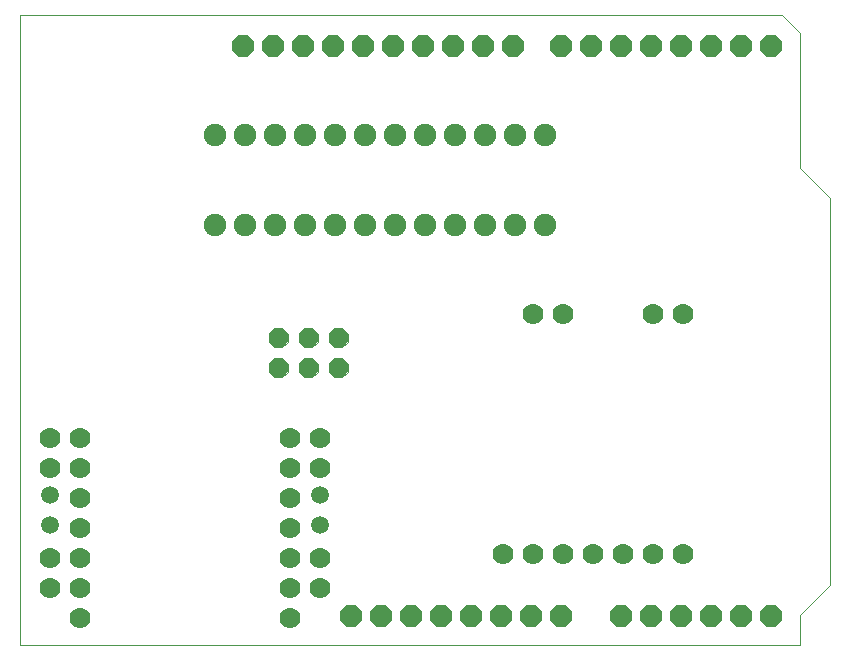
<source format=gbr>
%FSLAX44Y44*%
%OFA0.0000B0.0000*%
%SFA1B1*%
%MOMM*%
%ADD40C,0.0010X0.0000*%
%ADD43C,0.0000X0.0000*%
%ADD53C,1.7780X0.0000*%
%ADD54C,1.4986X0.0000*%
%ADD55C,1.9016X0.0000*%
%LNSOLDERMASK_BOTTOM380*%
%LPD*%
G36*
X524510Y511682D2*
X529718Y516890D1*
X537082Y516890D1*
X542290Y511682D1*
X542290Y504318D1*
X537082Y499110D1*
X529718Y499110D1*
X524510Y504318D1*
X524510Y511682D1*
G37*
%LNSOLDERMASK_BOTTOM381*%
%LPD*%
G36*
X499110Y29082D2*
X504318Y34290D1*
X511682Y34290D1*
X516890Y29082D1*
X516890Y21718D1*
X511682Y16510D1*
X504318Y16510D1*
X499110Y21718D1*
X499110Y29082D1*
G37*
%LNSOLDERMASK_BOTTOM382*%
%LPD*%
G36*
X549910Y511682D2*
X555118Y516890D1*
X562482Y516890D1*
X567690Y511682D1*
X567690Y504318D1*
X562482Y499110D1*
X555118Y499110D1*
X549910Y504318D1*
X549910Y511682D1*
G37*
%LNSOLDERMASK_BOTTOM383*%
%LPD*%
G36*
X575310Y511682D2*
X580518Y516890D1*
X587882Y516890D1*
X593090Y511682D1*
X593090Y504318D1*
X587882Y499110D1*
X580518Y499110D1*
X575310Y504318D1*
X575310Y511682D1*
G37*
%LNSOLDERMASK_BOTTOM384*%
%LPD*%
G36*
X600710Y511682D2*
X605918Y516890D1*
X613282Y516890D1*
X618490Y511682D1*
X618490Y504318D1*
X613282Y499110D1*
X605918Y499110D1*
X600710Y504318D1*
X600710Y511682D1*
G37*
%LNSOLDERMASK_BOTTOM385*%
%LPD*%
G36*
X626110Y511682D2*
X631318Y516890D1*
X638682Y516890D1*
X643890Y511682D1*
X643890Y504318D1*
X638682Y499110D1*
X631318Y499110D1*
X626110Y504318D1*
X626110Y511682D1*
G37*
%LNSOLDERMASK_BOTTOM386*%
%LPD*%
G36*
X499110Y511682D2*
X504318Y516890D1*
X511682Y516890D1*
X516890Y511682D1*
X516890Y504318D1*
X511682Y499110D1*
X504318Y499110D1*
X499110Y504318D1*
X499110Y511682D1*
G37*
%LNSOLDERMASK_BOTTOM387*%
%LPD*%
G36*
X473710Y511682D2*
X478918Y516890D1*
X486282Y516890D1*
X491490Y511682D1*
X491490Y504318D1*
X486282Y499110D1*
X478918Y499110D1*
X473710Y504318D1*
X473710Y511682D1*
G37*
%LNSOLDERMASK_BOTTOM388*%
%LPD*%
G36*
X448310Y511682D2*
X453518Y516890D1*
X460882Y516890D1*
X466090Y511682D1*
X466090Y504318D1*
X460882Y499110D1*
X453518Y499110D1*
X448310Y504318D1*
X448310Y511682D1*
G37*
%LNSOLDERMASK_BOTTOM389*%
%LPD*%
G36*
X407670Y511682D2*
X412878Y516890D1*
X420242Y516890D1*
X425450Y511682D1*
X425450Y504318D1*
X420242Y499110D1*
X412878Y499110D1*
X407670Y504318D1*
X407670Y511682D1*
G37*
%LNSOLDERMASK_BOTTOM390*%
%LPD*%
G36*
X382270Y511682D2*
X387478Y516890D1*
X394842Y516890D1*
X400050Y511682D1*
X400050Y504318D1*
X394842Y499110D1*
X387478Y499110D1*
X382270Y504318D1*
X382270Y511682D1*
G37*
%LNSOLDERMASK_BOTTOM391*%
%LPD*%
G36*
X356870Y511682D2*
X362078Y516890D1*
X369442Y516890D1*
X374650Y511682D1*
X374650Y504318D1*
X369442Y499110D1*
X362078Y499110D1*
X356870Y504318D1*
X356870Y511682D1*
G37*
%LNSOLDERMASK_BOTTOM392*%
%LPD*%
G36*
X331470Y511682D2*
X336678Y516890D1*
X344042Y516890D1*
X349250Y511682D1*
X349250Y504318D1*
X344042Y499110D1*
X336678Y499110D1*
X331470Y504318D1*
X331470Y511682D1*
G37*
%LNSOLDERMASK_BOTTOM393*%
%LPD*%
G36*
X306070Y511682D2*
X311278Y516890D1*
X318642Y516890D1*
X323850Y511682D1*
X323850Y504318D1*
X318642Y499110D1*
X311278Y499110D1*
X306070Y504318D1*
X306070Y511682D1*
G37*
%LNSOLDERMASK_BOTTOM394*%
%LPD*%
G36*
X280670Y511682D2*
X285878Y516890D1*
X293242Y516890D1*
X298450Y511682D1*
X298450Y504318D1*
X293242Y499110D1*
X285878Y499110D1*
X280670Y504318D1*
X280670Y511682D1*
G37*
%LNSOLDERMASK_BOTTOM395*%
%LPD*%
G36*
X255270Y511682D2*
X260478Y516890D1*
X267842Y516890D1*
X273050Y511682D1*
X273050Y504318D1*
X267842Y499110D1*
X260478Y499110D1*
X255270Y504318D1*
X255270Y511682D1*
G37*
%LNSOLDERMASK_BOTTOM396*%
%LPD*%
G36*
X229870Y511682D2*
X235078Y516890D1*
X242442Y516890D1*
X247650Y511682D1*
X247650Y504318D1*
X242442Y499110D1*
X235078Y499110D1*
X229870Y504318D1*
X229870Y511682D1*
G37*
%LNSOLDERMASK_BOTTOM397*%
%LPD*%
G36*
X524510Y29082D2*
X529718Y34290D1*
X537082Y34290D1*
X542290Y29082D1*
X542290Y21718D1*
X537082Y16510D1*
X529718Y16510D1*
X524510Y21718D1*
X524510Y29082D1*
G37*
%LNSOLDERMASK_BOTTOM398*%
%LPD*%
G36*
X549910Y29082D2*
X555118Y34290D1*
X562482Y34290D1*
X567690Y29082D1*
X567690Y21718D1*
X562482Y16510D1*
X555118Y16510D1*
X549910Y21718D1*
X549910Y29082D1*
G37*
%LNSOLDERMASK_BOTTOM399*%
%LPD*%
G36*
X575310Y29082D2*
X580518Y34290D1*
X587882Y34290D1*
X593090Y29082D1*
X593090Y21718D1*
X587882Y16510D1*
X580518Y16510D1*
X575310Y21718D1*
X575310Y29082D1*
G37*
%LNSOLDERMASK_BOTTOM400*%
%LPD*%
G36*
X600710Y29082D2*
X605918Y34290D1*
X613282Y34290D1*
X618490Y29082D1*
X618490Y21718D1*
X613282Y16510D1*
X605918Y16510D1*
X600710Y21718D1*
X600710Y29082D1*
G37*
%LNSOLDERMASK_BOTTOM401*%
%LPD*%
G36*
X626110Y29082D2*
X631318Y34290D1*
X638682Y34290D1*
X643890Y29082D1*
X643890Y21718D1*
X638682Y16510D1*
X631318Y16510D1*
X626110Y21718D1*
X626110Y29082D1*
G37*
%LNSOLDERMASK_BOTTOM402*%
%LPD*%
G36*
X448310Y29082D2*
X453518Y34290D1*
X460882Y34290D1*
X466090Y29082D1*
X466090Y21718D1*
X460882Y16510D1*
X453518Y16510D1*
X448310Y21718D1*
X448310Y29082D1*
G37*
%LNSOLDERMASK_BOTTOM403*%
%LPD*%
G36*
X422910Y29082D2*
X428118Y34290D1*
X435482Y34290D1*
X440690Y29082D1*
X440690Y21718D1*
X435482Y16510D1*
X428118Y16510D1*
X422910Y21718D1*
X422910Y29082D1*
G37*
%LNSOLDERMASK_BOTTOM404*%
%LPD*%
G36*
X397510Y29082D2*
X402718Y34290D1*
X410082Y34290D1*
X415290Y29082D1*
X415290Y21718D1*
X410082Y16510D1*
X402718Y16510D1*
X397510Y21718D1*
X397510Y29082D1*
G37*
%LNSOLDERMASK_BOTTOM405*%
%LPD*%
G36*
X372110Y29082D2*
X377318Y34290D1*
X384682Y34290D1*
X389890Y29082D1*
X389890Y21718D1*
X384682Y16510D1*
X377318Y16510D1*
X372110Y21718D1*
X372110Y29082D1*
G37*
%LNSOLDERMASK_BOTTOM406*%
%LPD*%
G36*
X346710Y29082D2*
X351918Y34290D1*
X359282Y34290D1*
X364490Y29082D1*
X364490Y21718D1*
X359282Y16510D1*
X351918Y16510D1*
X346710Y21718D1*
X346710Y29082D1*
G37*
%LNSOLDERMASK_BOTTOM407*%
%LPD*%
G36*
X321310Y29082D2*
X326518Y34290D1*
X333882Y34290D1*
X339090Y29082D1*
X339090Y21718D1*
X333882Y16510D1*
X326518Y16510D1*
X321310Y21718D1*
X321310Y29082D1*
G37*
%LNSOLDERMASK_BOTTOM408*%
%LPD*%
G36*
X204470Y511682D2*
X209678Y516890D1*
X217042Y516890D1*
X222250Y511682D1*
X222250Y504318D1*
X217042Y499110D1*
X209678Y499110D1*
X204470Y504318D1*
X204470Y511682D1*
G37*
%LNSOLDERMASK_BOTTOM409*%
%LPD*%
G36*
X179070Y511682D2*
X184278Y516890D1*
X191642Y516890D1*
X196850Y511682D1*
X196850Y504318D1*
X191642Y499110D1*
X184278Y499110D1*
X179070Y504318D1*
X179070Y511682D1*
G37*
%LNSOLDERMASK_BOTTOM410*%
%LPD*%
G36*
X295910Y29082D2*
X301118Y34290D1*
X308482Y34290D1*
X313690Y29082D1*
X313690Y21718D1*
X308482Y16510D1*
X301118Y16510D1*
X295910Y21718D1*
X295910Y29082D1*
G37*
%LNSOLDERMASK_BOTTOM411*%
%LPD*%
G36*
X270510Y29082D2*
X275718Y34290D1*
X283082Y34290D1*
X288290Y29082D1*
X288290Y21718D1*
X283082Y16510D1*
X275718Y16510D1*
X270510Y21718D1*
X270510Y29082D1*
G37*
%LNSOLDERMASK_BOTTOM412*%
%LPD*%
G36*
X210392Y238284D2*
X215106Y242998D1*
X221774Y242998D1*
X226488Y238284D1*
X226488Y231616D1*
X221774Y226902D1*
X215106Y226902D1*
X210392Y231616D1*
X210392Y238284D1*
G37*
%LNSOLDERMASK_BOTTOM413*%
%LPD*%
G36*
X210392Y263684D2*
X215106Y268398D1*
X221774Y268398D1*
X226488Y263684D1*
X226488Y257016D1*
X221774Y252302D1*
X215106Y252302D1*
X210392Y257016D1*
X210392Y263684D1*
G37*
%LNSOLDERMASK_BOTTOM414*%
%LPD*%
G36*
X235792Y238284D2*
X240506Y242998D1*
X247174Y242998D1*
X251888Y238284D1*
X251888Y231616D1*
X247174Y226902D1*
X240506Y226902D1*
X235792Y231616D1*
X235792Y238284D1*
G37*
%LNSOLDERMASK_BOTTOM415*%
%LPD*%
G36*
X235792Y263684D2*
X240506Y268398D1*
X247174Y268398D1*
X251888Y263684D1*
X251888Y257016D1*
X247174Y252302D1*
X240506Y252302D1*
X235792Y257016D1*
X235792Y263684D1*
G37*
%LNSOLDERMASK_BOTTOM416*%
%LPD*%
G36*
X261192Y238284D2*
X265906Y242998D1*
X272574Y242998D1*
X277288Y238284D1*
X277288Y231616D1*
X272574Y226902D1*
X265906Y226902D1*
X261192Y231616D1*
X261192Y238284D1*
G37*
%LNSOLDERMASK_BOTTOM417*%
%LPD*%
G36*
X261192Y263684D2*
X265906Y268398D1*
X272574Y268398D1*
X277288Y263684D1*
X277288Y257016D1*
X272574Y252302D1*
X265906Y252302D1*
X261192Y257016D1*
X261192Y263684D1*
G37*
%LNSOLDERMASK_BOTTOM*%
%LPD*%
G54D10*
G54D40*
X645160Y533400D2*
X0Y533400D1*
X660400Y518160D2*
X645160Y533400D1*
X660400Y403860D2*
X660400Y518160D1*
X685800Y378460D2*
X660400Y403860D1*
X685800Y50800D2*
X685800Y378460D1*
X660400Y25400D2*
X685800Y50800D1*
X660400Y0D2*
X660400Y25400D1*
X0Y0D2*
X660400Y0D1*
X0Y533400D2*
X0Y0D1*
G54D43*
X261192Y263684D2*
X265906Y268398D1*
X272574Y268398*
X277288Y263684*
X277288Y257016*
X272574Y252302*
X265906Y252302*
X261192Y257016*
X261192Y263684*
X261192Y238284D2*
X265906Y242998D1*
X272574Y242998*
X277288Y238284*
X277288Y231616*
X272574Y226902*
X265906Y226902*
X261192Y231616*
X261192Y238284*
X235792Y263684D2*
X240506Y268398D1*
X247174Y268398*
X251888Y263684*
X251888Y257016*
X247174Y252302*
X240506Y252302*
X235792Y257016*
X235792Y263684*
X235792Y238284D2*
X240506Y242998D1*
X247174Y242998*
X251888Y238284*
X251888Y231616*
X247174Y226902*
X240506Y226902*
X235792Y231616*
X235792Y238284*
X210392Y263684D2*
X215106Y268398D1*
X221774Y268398*
X226488Y263684*
X226488Y257016*
X221774Y252302*
X215106Y252302*
X210392Y257016*
X210392Y263684*
X210392Y238284D2*
X215106Y242998D1*
X221774Y242998*
X226488Y238284*
X226488Y231616*
X221774Y226902*
X215106Y226902*
X210392Y231616*
X210392Y238284*
X270510Y29082D2*
X275718Y34290D1*
X283082Y34290*
X288290Y29082*
X288290Y21718*
X283082Y16510*
X275718Y16510*
X270510Y21718*
X270510Y29082*
X295910Y29082D2*
X301118Y34290D1*
X308482Y34290*
X313690Y29082*
X313690Y21718*
X308482Y16510*
X301118Y16510*
X295910Y21718*
X295910Y29082*
X179070Y511682D2*
X184278Y516890D1*
X191642Y516890*
X196850Y511682*
X196850Y504318*
X191642Y499110*
X184278Y499110*
X179070Y504318*
X179070Y511682*
X204470Y511682D2*
X209678Y516890D1*
X217042Y516890*
X222250Y511682*
X222250Y504318*
X217042Y499110*
X209678Y499110*
X204470Y504318*
X204470Y511682*
X321310Y29082D2*
X326518Y34290D1*
X333882Y34290*
X339090Y29082*
X339090Y21718*
X333882Y16510*
X326518Y16510*
X321310Y21718*
X321310Y29082*
X346710Y29082D2*
X351918Y34290D1*
X359282Y34290*
X364490Y29082*
X364490Y21718*
X359282Y16510*
X351918Y16510*
X346710Y21718*
X346710Y29082*
X372110Y29082D2*
X377318Y34290D1*
X384682Y34290*
X389890Y29082*
X389890Y21718*
X384682Y16510*
X377318Y16510*
X372110Y21718*
X372110Y29082*
X397510Y29082D2*
X402718Y34290D1*
X410082Y34290*
X415290Y29082*
X415290Y21718*
X410082Y16510*
X402718Y16510*
X397510Y21718*
X397510Y29082*
X422910Y29082D2*
X428118Y34290D1*
X435482Y34290*
X440690Y29082*
X440690Y21718*
X435482Y16510*
X428118Y16510*
X422910Y21718*
X422910Y29082*
X448310Y29082D2*
X453518Y34290D1*
X460882Y34290*
X466090Y29082*
X466090Y21718*
X460882Y16510*
X453518Y16510*
X448310Y21718*
X448310Y29082*
X626110Y29082D2*
X631318Y34290D1*
X638682Y34290*
X643890Y29082*
X643890Y21718*
X638682Y16510*
X631318Y16510*
X626110Y21718*
X626110Y29082*
X600710Y29082D2*
X605918Y34290D1*
X613282Y34290*
X618490Y29082*
X618490Y21718*
X613282Y16510*
X605918Y16510*
X600710Y21718*
X600710Y29082*
X575310Y29082D2*
X580518Y34290D1*
X587882Y34290*
X593090Y29082*
X593090Y21718*
X587882Y16510*
X580518Y16510*
X575310Y21718*
X575310Y29082*
X549910Y29082D2*
X555118Y34290D1*
X562482Y34290*
X567690Y29082*
X567690Y21718*
X562482Y16510*
X555118Y16510*
X549910Y21718*
X549910Y29082*
X524510Y29082D2*
X529718Y34290D1*
X537082Y34290*
X542290Y29082*
X542290Y21718*
X537082Y16510*
X529718Y16510*
X524510Y21718*
X524510Y29082*
X229870Y511682D2*
X235078Y516890D1*
X242442Y516890*
X247650Y511682*
X247650Y504318*
X242442Y499110*
X235078Y499110*
X229870Y504318*
X229870Y511682*
X255270Y511682D2*
X260478Y516890D1*
X267842Y516890*
X273050Y511682*
X273050Y504318*
X267842Y499110*
X260478Y499110*
X255270Y504318*
X255270Y511682*
X280670Y511682D2*
X285878Y516890D1*
X293242Y516890*
X298450Y511682*
X298450Y504318*
X293242Y499110*
X285878Y499110*
X280670Y504318*
X280670Y511682*
X306070Y511682D2*
X311278Y516890D1*
X318642Y516890*
X323850Y511682*
X323850Y504318*
X318642Y499110*
X311278Y499110*
X306070Y504318*
X306070Y511682*
X331470Y511682D2*
X336678Y516890D1*
X344042Y516890*
X349250Y511682*
X349250Y504318*
X344042Y499110*
X336678Y499110*
X331470Y504318*
X331470Y511682*
X356870Y511682D2*
X362078Y516890D1*
X369442Y516890*
X374650Y511682*
X374650Y504318*
X369442Y499110*
X362078Y499110*
X356870Y504318*
X356870Y511682*
X382270Y511682D2*
X387478Y516890D1*
X394842Y516890*
X400050Y511682*
X400050Y504318*
X394842Y499110*
X387478Y499110*
X382270Y504318*
X382270Y511682*
X407670Y511682D2*
X412878Y516890D1*
X420242Y516890*
X425450Y511682*
X425450Y504318*
X420242Y499110*
X412878Y499110*
X407670Y504318*
X407670Y511682*
X448310Y511682D2*
X453518Y516890D1*
X460882Y516890*
X466090Y511682*
X466090Y504318*
X460882Y499110*
X453518Y499110*
X448310Y504318*
X448310Y511682*
X473710Y511682D2*
X478918Y516890D1*
X486282Y516890*
X491490Y511682*
X491490Y504318*
X486282Y499110*
X478918Y499110*
X473710Y504318*
X473710Y511682*
X499110Y511682D2*
X504318Y516890D1*
X511682Y516890*
X516890Y511682*
X516890Y504318*
X511682Y499110*
X504318Y499110*
X499110Y504318*
X499110Y511682*
X626110Y511682D2*
X631318Y516890D1*
X638682Y516890*
X643890Y511682*
X643890Y504318*
X638682Y499110*
X631318Y499110*
X626110Y504318*
X626110Y511682*
X600710Y511682D2*
X605918Y516890D1*
X613282Y516890*
X618490Y511682*
X618490Y504318*
X613282Y499110*
X605918Y499110*
X600710Y504318*
X600710Y511682*
X575310Y511682D2*
X580518Y516890D1*
X587882Y516890*
X593090Y511682*
X593090Y504318*
X587882Y499110*
X580518Y499110*
X575310Y504318*
X575310Y511682*
X549910Y511682D2*
X555118Y516890D1*
X562482Y516890*
X567690Y511682*
X567690Y504318*
X562482Y499110*
X555118Y499110*
X549910Y504318*
X549910Y511682*
X499110Y29082D2*
X504318Y34290D1*
X511682Y34290*
X516890Y29082*
X516890Y21718*
X511682Y16510*
X504318Y16510*
X499110Y21718*
X499110Y29082*
X524510Y511682D2*
X529718Y516890D1*
X537082Y516890*
X542290Y511682*
X542290Y504318*
X537082Y499110*
X529718Y499110*
X524510Y504318*
X524510Y511682*
G54D53*
X561340Y280670D3*
X535940Y280670D3*
X459740Y280670D3*
X434340Y280670D3*
X408940Y77470D3*
X434340Y77470D3*
X459740Y77470D3*
X485140Y77470D3*
X510540Y77470D3*
X535940Y77470D3*
X561340Y77470D3*
X254000Y175260D3*
X254000Y149860D3*
X254000Y73660D3*
X254000Y48260D3*
X50800Y22860D3*
X50800Y48260D3*
X50800Y73660D3*
X50800Y99060D3*
X50800Y124460D3*
X50800Y149860D3*
X50800Y175260D3*
X25400Y175260D3*
X25400Y149860D3*
X25400Y73660D3*
X25400Y48260D3*
X228600Y22860D3*
X228600Y48260D3*
X228600Y73660D3*
X228600Y99060D3*
X228600Y124460D3*
X228600Y149860D3*
X228600Y175260D3*
G54D54*
X25400Y127000D3*
X25400Y101600D3*
X254000Y127000D3*
X254000Y101600D3*
G54D55*
X165100Y431800D3*
X190500Y431800D3*
X215900Y431800D3*
X241300Y431800D3*
X266700Y431800D3*
X292100Y431800D3*
X317500Y431800D3*
X342900Y431800D3*
X368300Y431800D3*
X393700Y431800D3*
X419100Y431800D3*
X444500Y431800D3*
X444500Y355600D3*
X419100Y355600D3*
X393700Y355600D3*
X368300Y355600D3*
X342900Y355600D3*
X317500Y355600D3*
X292100Y355600D3*
X266700Y355600D3*
X241300Y355600D3*
X215900Y355600D3*
X190500Y355600D3*
X165100Y355600D3*
M02*

</source>
